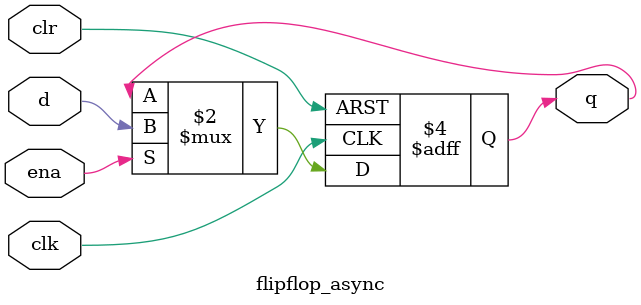
<source format=sv>
`timescale 1ns / 1ps

module flipflop_sync(
    input clk,
    input ena,
    input d,
    input clr,
    output logic q
    );
    
    always_ff @(posedge clk)
        if (clr)
            q <= 0;
        else if(ena)
            q <= d;
endmodule

module flipflop_async(
    input clk,
    input ena,
    input d,
    input clr,
    output logic q
    );
 
    always_ff @(posedge clk or posedge clr)
        if (clr)
            q <= 0;
        else if(ena)
            q <= d; 
endmodule
</source>
